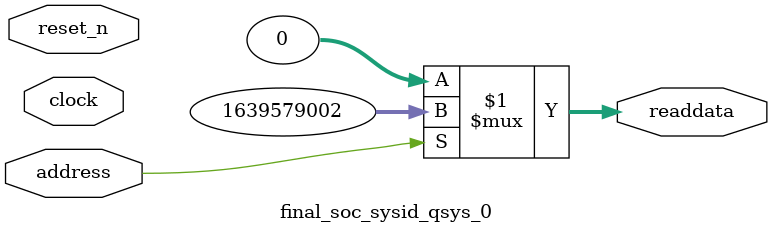
<source format=v>



// synthesis translate_off
`timescale 1ns / 1ps
// synthesis translate_on

// turn off superfluous verilog processor warnings 
// altera message_level Level1 
// altera message_off 10034 10035 10036 10037 10230 10240 10030 

module final_soc_sysid_qsys_0 (
               // inputs:
                address,
                clock,
                reset_n,

               // outputs:
                readdata
             )
;

  output  [ 31: 0] readdata;
  input            address;
  input            clock;
  input            reset_n;

  wire    [ 31: 0] readdata;
  //control_slave, which is an e_avalon_slave
  assign readdata = address ? 1639579002 : 0;

endmodule



</source>
